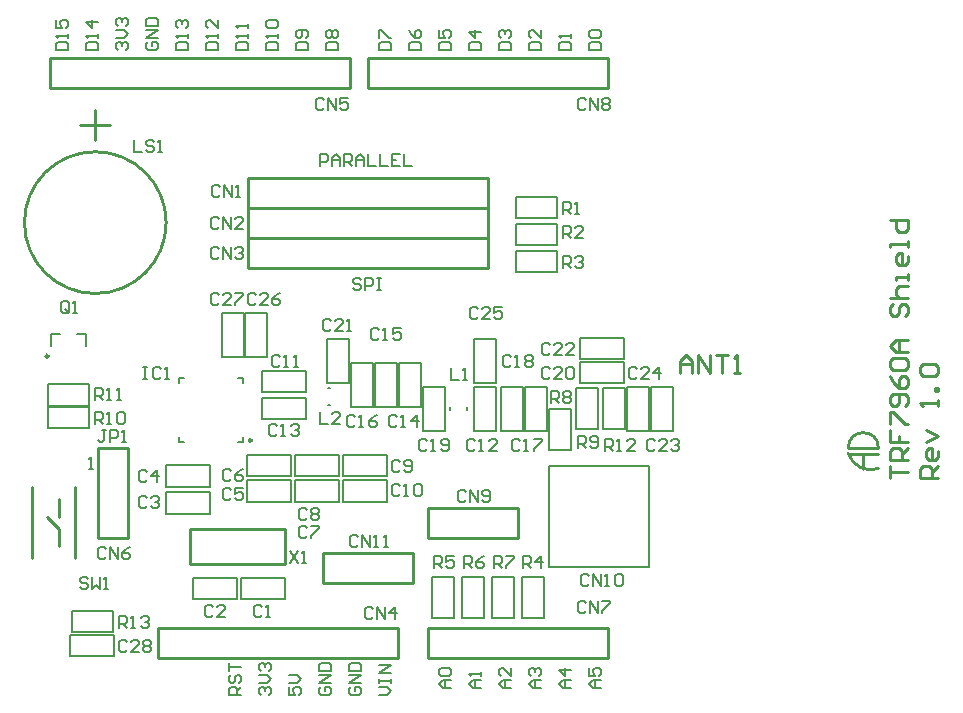
<source format=gto>
G04 Layer_Color=65535*
%FSLAX25Y25*%
%MOIN*%
G70*
G01*
G75*
%ADD19C,0.01000*%
%ADD33C,0.00984*%
%ADD34C,0.00600*%
%ADD35C,0.00787*%
D19*
X275000Y83000D02*
G03*
X285000Y78000I7500J2500D01*
G01*
Y85000D02*
G03*
X275000Y85000I-5000J0D01*
G01*
X47622Y160000D02*
G03*
X47622Y160000I-23622J0D01*
G01*
X17087Y48189D02*
Y71811D01*
X2913Y48189D02*
Y71811D01*
X11969Y52126D02*
Y58031D01*
Y61968D02*
Y67874D01*
X8032Y61968D02*
X11969Y58031D01*
X280000Y78000D02*
Y83000D01*
X275000Y85000D02*
X285000D01*
X275000Y83000D02*
X285000D01*
X100000Y40000D02*
X130000D01*
Y50000D01*
X100000D02*
X130000D01*
X100000Y40000D02*
Y50000D01*
X24000Y187500D02*
Y197500D01*
X19000Y192500D02*
X29000D01*
X45000Y15000D02*
X125000D01*
Y25000D01*
X45000D02*
X125000D01*
X45000Y15000D02*
Y25000D01*
X25000Y85000D02*
X35000D01*
Y55000D02*
Y85000D01*
X25000Y55000D02*
X35000D01*
X25000D02*
Y85000D01*
X135000Y25000D02*
X195000D01*
Y15000D02*
Y25000D01*
X135000Y15000D02*
Y25000D01*
Y15000D02*
X195000D01*
X115000Y205000D02*
X195000D01*
Y215000D01*
X115000D02*
X195000D01*
X115000Y205000D02*
Y215000D01*
X135000Y55000D02*
Y65000D01*
X165000D01*
Y55000D02*
Y65000D01*
X135000Y55000D02*
X165000D01*
X55622Y57906D02*
X87118D01*
X55622Y46095D02*
Y57906D01*
Y46095D02*
X87118D01*
Y57906D01*
X9000Y205000D02*
X109000D01*
Y215000D01*
X9000D02*
X109000D01*
X9000Y205000D02*
Y215000D01*
X75000Y175000D02*
X155000D01*
X75000Y165000D02*
Y175000D01*
X155000Y165000D02*
Y175000D01*
X75000Y165000D02*
X155000D01*
X75000D02*
X155000D01*
X75000Y155000D02*
Y165000D01*
X155000Y155000D02*
Y165000D01*
X75000Y155000D02*
X155000D01*
X75000D02*
X155000D01*
X75000Y145000D02*
Y155000D01*
X155000Y145000D02*
Y155000D01*
X75000Y145000D02*
X155000D01*
X219000Y110000D02*
Y113999D01*
X220999Y115998D01*
X222999Y113999D01*
Y110000D01*
Y112999D01*
X219000D01*
X224998Y110000D02*
Y115998D01*
X228997Y110000D01*
Y115998D01*
X230996D02*
X234995D01*
X232996D01*
Y110000D01*
X236994D02*
X238994D01*
X237994D01*
Y115998D01*
X236994Y114998D01*
X305000Y75000D02*
X299002D01*
Y77999D01*
X300002Y78999D01*
X302001D01*
X303001Y77999D01*
Y75000D01*
Y76999D02*
X305000Y78999D01*
Y83997D02*
Y81998D01*
X304000Y80998D01*
X302001D01*
X301001Y81998D01*
Y83997D01*
X302001Y84997D01*
X303001D01*
Y80998D01*
X301001Y86996D02*
X305000Y88995D01*
X301001Y90995D01*
X305000Y98992D02*
Y100992D01*
Y99992D01*
X299002D01*
X300002Y98992D01*
X305000Y103991D02*
X304000D01*
Y104990D01*
X305000D01*
Y103991D01*
X300002Y108989D02*
X299002Y109989D01*
Y111988D01*
X300002Y112988D01*
X304000D01*
X305000Y111988D01*
Y109989D01*
X304000Y108989D01*
X300002D01*
X289002Y75000D02*
Y78999D01*
Y76999D01*
X295000D01*
Y80998D02*
X289002D01*
Y83997D01*
X290002Y84997D01*
X292001D01*
X293001Y83997D01*
Y80998D01*
Y82997D02*
X295000Y84997D01*
X289002Y90995D02*
Y86996D01*
X292001D01*
Y88995D01*
Y86996D01*
X295000D01*
X289002Y92994D02*
Y96993D01*
X290002D01*
X294000Y92994D01*
X295000D01*
X294000Y98992D02*
X295000Y99992D01*
Y101991D01*
X294000Y102991D01*
X290002D01*
X289002Y101991D01*
Y99992D01*
X290002Y98992D01*
X291001D01*
X292001Y99992D01*
Y102991D01*
X289002Y108989D02*
X290002Y106990D01*
X292001Y104990D01*
X294000D01*
X295000Y105990D01*
Y107989D01*
X294000Y108989D01*
X293001D01*
X292001Y107989D01*
Y104990D01*
X290002Y110988D02*
X289002Y111988D01*
Y113987D01*
X290002Y114987D01*
X294000D01*
X295000Y113987D01*
Y111988D01*
X294000Y110988D01*
X290002D01*
X295000Y116986D02*
X291001D01*
X289002Y118986D01*
X291001Y120985D01*
X295000D01*
X292001D01*
Y116986D01*
X290002Y132981D02*
X289002Y131982D01*
Y129982D01*
X290002Y128982D01*
X291001D01*
X292001Y129982D01*
Y131982D01*
X293001Y132981D01*
X294000D01*
X295000Y131982D01*
Y129982D01*
X294000Y128982D01*
X289002Y134981D02*
X295000D01*
X292001D01*
X291001Y135980D01*
Y137980D01*
X292001Y138979D01*
X295000D01*
Y140979D02*
Y142978D01*
Y141978D01*
X291001D01*
Y140979D01*
X295000Y148976D02*
Y146977D01*
X294000Y145977D01*
X292001D01*
X291001Y146977D01*
Y148976D01*
X292001Y149976D01*
X293001D01*
Y145977D01*
X295000Y151975D02*
Y153974D01*
Y152975D01*
X289002D01*
Y151975D01*
Y160972D02*
X295000D01*
Y157973D01*
X294000Y156974D01*
X292001D01*
X291001Y157973D01*
Y160972D01*
D33*
X8405Y115472D02*
G03*
X8405Y115472I-492J0D01*
G01*
X76181Y87461D02*
G03*
X76181Y87461I-492J0D01*
G01*
D34*
X16200Y23400D02*
X29800D01*
X16200Y30600D02*
X29800D01*
Y23400D02*
Y30600D01*
X16200Y23400D02*
Y30600D01*
X15700Y15400D02*
X30300D01*
X15700Y22600D02*
X30300D01*
Y15400D02*
Y22600D01*
X15700Y15400D02*
Y22600D01*
X8200Y106100D02*
X21800D01*
X8200Y98900D02*
X21800D01*
X8200D02*
Y106100D01*
X21800Y98900D02*
Y106100D01*
X8200Y91400D02*
X21800D01*
X8200Y98600D02*
X21800D01*
Y91400D02*
Y98600D01*
X8200Y91400D02*
Y98600D01*
X87300Y34400D02*
Y41600D01*
X72700Y34400D02*
Y41600D01*
Y34400D02*
X87300D01*
X72700Y41600D02*
X87300D01*
X56700Y34400D02*
Y41600D01*
X71300Y34400D02*
Y41600D01*
X56700D02*
X71300D01*
X56700Y34400D02*
X71300D01*
X62300Y62900D02*
Y70100D01*
X47700Y62900D02*
Y70100D01*
Y62900D02*
X62300D01*
X47700Y70100D02*
X62300D01*
Y71900D02*
Y79100D01*
X47700Y71900D02*
Y79100D01*
Y71900D02*
X62300D01*
X47700Y79100D02*
X62300D01*
X74700Y66900D02*
Y74100D01*
X89300Y66900D02*
Y74100D01*
X74700D02*
X89300D01*
X74700Y66900D02*
X89300D01*
X74700Y75400D02*
Y82600D01*
X89300Y75400D02*
Y82600D01*
X74700D02*
X89300D01*
X74700Y75400D02*
X89300D01*
X90700Y66900D02*
Y74100D01*
X105300Y66900D02*
Y74100D01*
X90700D02*
X105300D01*
X90700Y66900D02*
X105300D01*
X90700Y75400D02*
Y82600D01*
X105300Y75400D02*
Y82600D01*
X90700D02*
X105300D01*
X90700Y75400D02*
X105300D01*
X106700Y66900D02*
Y74100D01*
X121300Y66900D02*
Y74100D01*
X106700D02*
X121300D01*
X106700Y66900D02*
X121300D01*
X106700Y75400D02*
Y82600D01*
X121300Y75400D02*
Y82600D01*
X106700D02*
X121300D01*
X106700Y75400D02*
X121300D01*
X94300Y103400D02*
Y110600D01*
X79700Y103400D02*
Y110600D01*
Y103400D02*
X94300D01*
X79700Y110600D02*
X94300D01*
X150400Y90700D02*
X157600D01*
X150400Y105300D02*
X157600D01*
X150400Y90700D02*
Y105300D01*
X157600Y90700D02*
Y105300D01*
X94300Y94400D02*
Y101600D01*
X79700Y94400D02*
Y101600D01*
Y94400D02*
X94300D01*
X79700Y101600D02*
X94300D01*
X125400Y98700D02*
X132600D01*
X125400Y113300D02*
X132600D01*
X125400Y98700D02*
Y113300D01*
X132600Y98700D02*
Y113300D01*
X117400Y98700D02*
X124600D01*
X117400Y113300D02*
X124600D01*
X117400Y98700D02*
Y113300D01*
X124600Y98700D02*
Y113300D01*
X109400Y98700D02*
X116600D01*
X109400Y113300D02*
X116600D01*
X109400Y98700D02*
Y113300D01*
X116600Y98700D02*
Y113300D01*
X167400Y90700D02*
X174600D01*
X167400Y105300D02*
X174600D01*
X167400Y90700D02*
Y105300D01*
X174600Y90700D02*
Y105300D01*
X159400Y90700D02*
X166600D01*
X159400Y105300D02*
X166600D01*
X159400Y90700D02*
Y105300D01*
X166600Y90700D02*
Y105300D01*
X133400Y90700D02*
X140600D01*
X133400Y105300D02*
X140600D01*
X133400Y90700D02*
Y105300D01*
X140600Y90700D02*
Y105300D01*
X200300Y106400D02*
Y113600D01*
X185700Y106400D02*
Y113600D01*
Y106400D02*
X200300D01*
X185700Y113600D02*
X200300D01*
X101400Y106700D02*
X108600D01*
X101400Y121300D02*
X108600D01*
X101400Y106700D02*
Y121300D01*
X108600Y106700D02*
Y121300D01*
X200300Y114400D02*
Y121600D01*
X185700Y114400D02*
Y121600D01*
Y114400D02*
X200300D01*
X185700Y121600D02*
X200300D01*
X209400Y90700D02*
X216600D01*
X209400Y105300D02*
X216600D01*
X209400Y90700D02*
Y105300D01*
X216600Y90700D02*
Y105300D01*
X201400Y90700D02*
X208600D01*
X201400Y105300D02*
X208600D01*
X201400Y90700D02*
Y105300D01*
X208600Y90700D02*
Y105300D01*
X150400Y106700D02*
X157600D01*
X150400Y121300D02*
X157600D01*
X150400Y106700D02*
Y121300D01*
X157600Y106700D02*
Y121300D01*
X73900Y115200D02*
X81100D01*
X73900Y129800D02*
X81100D01*
X73900Y115200D02*
Y129800D01*
X81100Y115200D02*
Y129800D01*
X66400Y115200D02*
X73600D01*
X66400Y129800D02*
X73600D01*
X66400Y115200D02*
Y129800D01*
X73600Y115200D02*
Y129800D01*
X164200Y161400D02*
Y168600D01*
X177800Y161400D02*
Y168600D01*
X164200D02*
X177800D01*
X164200Y161400D02*
X177800D01*
X164200Y152400D02*
Y159600D01*
X177800Y152400D02*
Y159600D01*
X164200D02*
X177800D01*
X164200Y152400D02*
X177800D01*
Y143400D02*
Y150600D01*
X164200Y143400D02*
Y150600D01*
Y143400D02*
X177800D01*
X164200Y150600D02*
X177800D01*
X166400Y28200D02*
X173600D01*
X166400Y41800D02*
X173600D01*
X166400Y28200D02*
Y41800D01*
X173600Y28200D02*
Y41800D01*
X136400D02*
X143600D01*
X136400Y28200D02*
X143600D01*
Y41800D01*
X136400Y28200D02*
Y41800D01*
X146400D02*
X153600D01*
X146400Y28200D02*
X153600D01*
Y41800D01*
X146400Y28200D02*
Y41800D01*
X156400D02*
X163600D01*
X156400Y28200D02*
X163600D01*
Y41800D01*
X156400Y28200D02*
Y41800D01*
X193400Y91200D02*
X200600D01*
X193400Y104800D02*
X200600D01*
X193400Y91200D02*
Y104800D01*
X200600Y91200D02*
Y104800D01*
X184400D02*
X191600D01*
X184400Y91200D02*
X191600D01*
Y104800D01*
X184400Y91200D02*
Y104800D01*
X175400Y84200D02*
X182600D01*
X175400Y97800D02*
X182600D01*
X175400Y84200D02*
Y97800D01*
X182600Y84200D02*
Y97800D01*
X111666Y55332D02*
X110999Y55999D01*
X109667D01*
X109000Y55332D01*
Y52666D01*
X109667Y52000D01*
X110999D01*
X111666Y52666D01*
X112999Y52000D02*
Y55999D01*
X115665Y52000D01*
Y55999D01*
X116997Y52000D02*
X118330D01*
X117664D01*
Y55999D01*
X116997Y55332D01*
X120330Y52000D02*
X121663D01*
X120996D01*
Y55999D01*
X120330Y55332D01*
X21666Y41332D02*
X20999Y41999D01*
X19667D01*
X19000Y41332D01*
Y40666D01*
X19667Y39999D01*
X20999D01*
X21666Y39333D01*
Y38666D01*
X20999Y38000D01*
X19667D01*
X19000Y38666D01*
X22999Y41999D02*
Y38000D01*
X24332Y39333D01*
X25664Y38000D01*
Y41999D01*
X26997Y38000D02*
X28330D01*
X27664D01*
Y41999D01*
X26997Y41332D01*
X32000Y25000D02*
Y28999D01*
X33999D01*
X34666Y28332D01*
Y26999D01*
X33999Y26333D01*
X32000D01*
X33333D02*
X34666Y25000D01*
X35999D02*
X37332D01*
X36665D01*
Y28999D01*
X35999Y28332D01*
X39331D02*
X39997Y28999D01*
X41330D01*
X41997Y28332D01*
Y27666D01*
X41330Y26999D01*
X40664D01*
X41330D01*
X41997Y26333D01*
Y25666D01*
X41330Y25000D01*
X39997D01*
X39331Y25666D01*
X34666Y20332D02*
X33999Y20999D01*
X32666D01*
X32000Y20332D01*
Y17666D01*
X32666Y17000D01*
X33999D01*
X34666Y17666D01*
X38664Y17000D02*
X35999D01*
X38664Y19666D01*
Y20332D01*
X37998Y20999D01*
X36665D01*
X35999Y20332D01*
X39997D02*
X40664Y20999D01*
X41997D01*
X42663Y20332D01*
Y19666D01*
X41997Y18999D01*
X42663Y18333D01*
Y17666D01*
X41997Y17000D01*
X40664D01*
X39997Y17666D01*
Y18333D01*
X40664Y18999D01*
X39997Y19666D01*
Y20332D01*
X40664Y18999D02*
X41997D01*
X24000Y101000D02*
Y104999D01*
X25999D01*
X26666Y104332D01*
Y102999D01*
X25999Y102333D01*
X24000D01*
X25333D02*
X26666Y101000D01*
X27999D02*
X29332D01*
X28665D01*
Y104999D01*
X27999Y104332D01*
X31331Y101000D02*
X32664D01*
X31997D01*
Y104999D01*
X31331Y104332D01*
X24000Y93000D02*
Y96999D01*
X25999D01*
X26666Y96332D01*
Y94999D01*
X25999Y94333D01*
X24000D01*
X25333D02*
X26666Y93000D01*
X27999D02*
X29332D01*
X28665D01*
Y96999D01*
X27999Y96332D01*
X31331D02*
X31997Y96999D01*
X33330D01*
X33997Y96332D01*
Y93666D01*
X33330Y93000D01*
X31997D01*
X31331Y93666D01*
Y96332D01*
X15166Y130666D02*
Y133332D01*
X14499Y133999D01*
X13167D01*
X12500Y133332D01*
Y130666D01*
X13167Y130000D01*
X14499D01*
X13833Y131333D02*
X15166Y130000D01*
X14499D02*
X15166Y130666D01*
X16499Y130000D02*
X17832D01*
X17165D01*
Y133999D01*
X16499Y133332D01*
X37000Y187499D02*
Y183500D01*
X39666D01*
X43665Y186832D02*
X42998Y187499D01*
X41665D01*
X40999Y186832D01*
Y186166D01*
X41665Y185499D01*
X42998D01*
X43665Y184833D01*
Y184167D01*
X42998Y183500D01*
X41665D01*
X40999Y184167D01*
X44997Y183500D02*
X46330D01*
X45664D01*
Y187499D01*
X44997Y186832D01*
X79666Y31832D02*
X78999Y32499D01*
X77666D01*
X77000Y31832D01*
Y29166D01*
X77666Y28500D01*
X78999D01*
X79666Y29166D01*
X80999Y28500D02*
X82332D01*
X81665D01*
Y32499D01*
X80999Y31832D01*
X63166D02*
X62499Y32499D01*
X61166D01*
X60500Y31832D01*
Y29166D01*
X61166Y28500D01*
X62499D01*
X63166Y29166D01*
X67164Y28500D02*
X64499D01*
X67164Y31166D01*
Y31832D01*
X66498Y32499D01*
X65165D01*
X64499Y31832D01*
X41166Y68332D02*
X40499Y68999D01*
X39166D01*
X38500Y68332D01*
Y65666D01*
X39166Y65000D01*
X40499D01*
X41166Y65666D01*
X42499Y68332D02*
X43165Y68999D01*
X44498D01*
X45164Y68332D01*
Y67666D01*
X44498Y66999D01*
X43832D01*
X44498D01*
X45164Y66333D01*
Y65666D01*
X44498Y65000D01*
X43165D01*
X42499Y65666D01*
X41136Y76785D02*
X40470Y77451D01*
X39137D01*
X38471Y76785D01*
Y74119D01*
X39137Y73453D01*
X40470D01*
X41136Y74119D01*
X44469Y73453D02*
Y77451D01*
X42469Y75452D01*
X45135D01*
X69166Y70832D02*
X68499Y71499D01*
X67166D01*
X66500Y70832D01*
Y68166D01*
X67166Y67500D01*
X68499D01*
X69166Y68166D01*
X73164Y71499D02*
X70499D01*
Y69499D01*
X71832Y70166D01*
X72498D01*
X73164Y69499D01*
Y68166D01*
X72498Y67500D01*
X71165D01*
X70499Y68166D01*
X69166Y77332D02*
X68499Y77999D01*
X67166D01*
X66500Y77332D01*
Y74666D01*
X67166Y74000D01*
X68499D01*
X69166Y74666D01*
X73164Y77999D02*
X71832Y77332D01*
X70499Y75999D01*
Y74666D01*
X71165Y74000D01*
X72498D01*
X73164Y74666D01*
Y75333D01*
X72498Y75999D01*
X70499D01*
X94666Y58332D02*
X93999Y58999D01*
X92666D01*
X92000Y58332D01*
Y55666D01*
X92666Y55000D01*
X93999D01*
X94666Y55666D01*
X95999Y58999D02*
X98664D01*
Y58332D01*
X95999Y55666D01*
Y55000D01*
X94666Y64332D02*
X93999Y64999D01*
X92666D01*
X92000Y64332D01*
Y61666D01*
X92666Y61000D01*
X93999D01*
X94666Y61666D01*
X95999Y64332D02*
X96665Y64999D01*
X97998D01*
X98664Y64332D01*
Y63666D01*
X97998Y62999D01*
X98664Y62333D01*
Y61666D01*
X97998Y61000D01*
X96665D01*
X95999Y61666D01*
Y62333D01*
X96665Y62999D01*
X95999Y63666D01*
Y64332D01*
X96665Y62999D02*
X97998D01*
X125666Y80332D02*
X124999Y80999D01*
X123667D01*
X123000Y80332D01*
Y77666D01*
X123667Y77000D01*
X124999D01*
X125666Y77666D01*
X126999D02*
X127665Y77000D01*
X128998D01*
X129665Y77666D01*
Y80332D01*
X128998Y80999D01*
X127665D01*
X126999Y80332D01*
Y79666D01*
X127665Y78999D01*
X129665D01*
X125666Y72332D02*
X124999Y72999D01*
X123667D01*
X123000Y72332D01*
Y69666D01*
X123667Y69000D01*
X124999D01*
X125666Y69666D01*
X126999Y69000D02*
X128332D01*
X127665D01*
Y72999D01*
X126999Y72332D01*
X130331D02*
X130997Y72999D01*
X132330D01*
X132997Y72332D01*
Y69666D01*
X132330Y69000D01*
X130997D01*
X130331Y69666D01*
Y72332D01*
X85666Y115332D02*
X84999Y115999D01*
X83666D01*
X83000Y115332D01*
Y112666D01*
X83666Y112000D01*
X84999D01*
X85666Y112666D01*
X86999Y112000D02*
X88332D01*
X87665D01*
Y115999D01*
X86999Y115332D01*
X90331Y112000D02*
X91664D01*
X90997D01*
Y115999D01*
X90331Y115332D01*
X150666Y87332D02*
X149999Y87999D01*
X148667D01*
X148000Y87332D01*
Y84666D01*
X148667Y84000D01*
X149999D01*
X150666Y84666D01*
X151999Y84000D02*
X153332D01*
X152665D01*
Y87999D01*
X151999Y87332D01*
X157997Y84000D02*
X155331D01*
X157997Y86666D01*
Y87332D01*
X157330Y87999D01*
X155997D01*
X155331Y87332D01*
X84666Y92332D02*
X83999Y92999D01*
X82666D01*
X82000Y92332D01*
Y89666D01*
X82666Y89000D01*
X83999D01*
X84666Y89666D01*
X85999Y89000D02*
X87332D01*
X86665D01*
Y92999D01*
X85999Y92332D01*
X89331D02*
X89997Y92999D01*
X91330D01*
X91997Y92332D01*
Y91666D01*
X91330Y90999D01*
X90664D01*
X91330D01*
X91997Y90333D01*
Y89666D01*
X91330Y89000D01*
X89997D01*
X89331Y89666D01*
X124666Y95332D02*
X123999Y95999D01*
X122667D01*
X122000Y95332D01*
Y92666D01*
X122667Y92000D01*
X123999D01*
X124666Y92666D01*
X125999Y92000D02*
X127332D01*
X126665D01*
Y95999D01*
X125999Y95332D01*
X131330Y92000D02*
Y95999D01*
X129331Y93999D01*
X131997D01*
X118666Y124332D02*
X117999Y124999D01*
X116666D01*
X116000Y124332D01*
Y121667D01*
X116666Y121000D01*
X117999D01*
X118666Y121667D01*
X119999Y121000D02*
X121332D01*
X120665D01*
Y124999D01*
X119999Y124332D01*
X125997Y124999D02*
X123331D01*
Y122999D01*
X124664Y123666D01*
X125330D01*
X125997Y122999D01*
Y121667D01*
X125330Y121000D01*
X123997D01*
X123331Y121667D01*
X110666Y95332D02*
X109999Y95999D01*
X108667D01*
X108000Y95332D01*
Y92666D01*
X108667Y92000D01*
X109999D01*
X110666Y92666D01*
X111999Y92000D02*
X113332D01*
X112665D01*
Y95999D01*
X111999Y95332D01*
X117997Y95999D02*
X116664Y95332D01*
X115331Y93999D01*
Y92666D01*
X115997Y92000D01*
X117330D01*
X117997Y92666D01*
Y93333D01*
X117330Y93999D01*
X115331D01*
X165666Y87332D02*
X164999Y87999D01*
X163666D01*
X163000Y87332D01*
Y84666D01*
X163666Y84000D01*
X164999D01*
X165666Y84666D01*
X166999Y84000D02*
X168332D01*
X167665D01*
Y87999D01*
X166999Y87332D01*
X170331Y87999D02*
X172997D01*
Y87332D01*
X170331Y84666D01*
Y84000D01*
X162666Y115332D02*
X161999Y115999D01*
X160667D01*
X160000Y115332D01*
Y112666D01*
X160667Y112000D01*
X161999D01*
X162666Y112666D01*
X163999Y112000D02*
X165332D01*
X164665D01*
Y115999D01*
X163999Y115332D01*
X167331D02*
X167997Y115999D01*
X169330D01*
X169997Y115332D01*
Y114666D01*
X169330Y113999D01*
X169997Y113333D01*
Y112666D01*
X169330Y112000D01*
X167997D01*
X167331Y112666D01*
Y113333D01*
X167997Y113999D01*
X167331Y114666D01*
Y115332D01*
X167997Y113999D02*
X169330D01*
X134666Y87332D02*
X133999Y87999D01*
X132667D01*
X132000Y87332D01*
Y84666D01*
X132667Y84000D01*
X133999D01*
X134666Y84666D01*
X135999Y84000D02*
X137332D01*
X136665D01*
Y87999D01*
X135999Y87332D01*
X139331Y84666D02*
X139997Y84000D01*
X141330D01*
X141997Y84666D01*
Y87332D01*
X141330Y87999D01*
X139997D01*
X139331Y87332D01*
Y86666D01*
X139997Y85999D01*
X141997D01*
X175666Y111332D02*
X174999Y111999D01*
X173667D01*
X173000Y111332D01*
Y108667D01*
X173667Y108000D01*
X174999D01*
X175666Y108667D01*
X179665Y108000D02*
X176999D01*
X179665Y110666D01*
Y111332D01*
X178998Y111999D01*
X177665D01*
X176999Y111332D01*
X180997D02*
X181664Y111999D01*
X182997D01*
X183663Y111332D01*
Y108667D01*
X182997Y108000D01*
X181664D01*
X180997Y108667D01*
Y111332D01*
X102666Y127332D02*
X101999Y127999D01*
X100666D01*
X100000Y127332D01*
Y124667D01*
X100666Y124000D01*
X101999D01*
X102666Y124667D01*
X106665Y124000D02*
X103999D01*
X106665Y126666D01*
Y127332D01*
X105998Y127999D01*
X104665D01*
X103999Y127332D01*
X107997Y124000D02*
X109330D01*
X108664D01*
Y127999D01*
X107997Y127332D01*
X175666Y119332D02*
X174999Y119999D01*
X173667D01*
X173000Y119332D01*
Y116666D01*
X173667Y116000D01*
X174999D01*
X175666Y116666D01*
X179665Y116000D02*
X176999D01*
X179665Y118666D01*
Y119332D01*
X178998Y119999D01*
X177665D01*
X176999Y119332D01*
X183663Y116000D02*
X180997D01*
X183663Y118666D01*
Y119332D01*
X182997Y119999D01*
X181664D01*
X180997Y119332D01*
X210666Y87332D02*
X209999Y87999D01*
X208666D01*
X208000Y87332D01*
Y84666D01*
X208666Y84000D01*
X209999D01*
X210666Y84666D01*
X214665Y84000D02*
X211999D01*
X214665Y86666D01*
Y87332D01*
X213998Y87999D01*
X212665D01*
X211999Y87332D01*
X215997D02*
X216664Y87999D01*
X217997D01*
X218663Y87332D01*
Y86666D01*
X217997Y85999D01*
X217330D01*
X217997D01*
X218663Y85333D01*
Y84666D01*
X217997Y84000D01*
X216664D01*
X215997Y84666D01*
X204666Y111332D02*
X203999Y111999D01*
X202666D01*
X202000Y111332D01*
Y108667D01*
X202666Y108000D01*
X203999D01*
X204666Y108667D01*
X208664Y108000D02*
X205999D01*
X208664Y110666D01*
Y111332D01*
X207998Y111999D01*
X206665D01*
X205999Y111332D01*
X211997Y108000D02*
Y111999D01*
X209997Y109999D01*
X212663D01*
X151666Y131332D02*
X150999Y131999D01*
X149667D01*
X149000Y131332D01*
Y128666D01*
X149667Y128000D01*
X150999D01*
X151666Y128666D01*
X155665Y128000D02*
X152999D01*
X155665Y130666D01*
Y131332D01*
X154998Y131999D01*
X153665D01*
X152999Y131332D01*
X159663Y131999D02*
X156997D01*
Y129999D01*
X158330Y130666D01*
X158997D01*
X159663Y129999D01*
Y128666D01*
X158997Y128000D01*
X157664D01*
X156997Y128666D01*
X77666Y135832D02*
X76999Y136499D01*
X75666D01*
X75000Y135832D01*
Y133167D01*
X75666Y132500D01*
X76999D01*
X77666Y133167D01*
X81665Y132500D02*
X78999D01*
X81665Y135166D01*
Y135832D01*
X80998Y136499D01*
X79665D01*
X78999Y135832D01*
X85663Y136499D02*
X84330Y135832D01*
X82997Y134499D01*
Y133167D01*
X83664Y132500D01*
X84997D01*
X85663Y133167D01*
Y133833D01*
X84997Y134499D01*
X82997D01*
X65166Y135832D02*
X64499Y136499D01*
X63166D01*
X62500Y135832D01*
Y133167D01*
X63166Y132500D01*
X64499D01*
X65166Y133167D01*
X69165Y132500D02*
X66499D01*
X69165Y135166D01*
Y135832D01*
X68498Y136499D01*
X67165D01*
X66499Y135832D01*
X70497Y136499D02*
X73163D01*
Y135832D01*
X70497Y133167D01*
Y132500D01*
X65666Y171832D02*
X64999Y172499D01*
X63666D01*
X63000Y171832D01*
Y169167D01*
X63666Y168500D01*
X64999D01*
X65666Y169167D01*
X66999Y168500D02*
Y172499D01*
X69665Y168500D01*
Y172499D01*
X70997Y168500D02*
X72330D01*
X71664D01*
Y172499D01*
X70997Y171832D01*
X65166Y161332D02*
X64499Y161999D01*
X63166D01*
X62500Y161332D01*
Y158667D01*
X63166Y158000D01*
X64499D01*
X65166Y158667D01*
X66499Y158000D02*
Y161999D01*
X69165Y158000D01*
Y161999D01*
X73163Y158000D02*
X70497D01*
X73163Y160666D01*
Y161332D01*
X72497Y161999D01*
X71164D01*
X70497Y161332D01*
X65166Y151332D02*
X64499Y151999D01*
X63166D01*
X62500Y151332D01*
Y148667D01*
X63166Y148000D01*
X64499D01*
X65166Y148667D01*
X66499Y148000D02*
Y151999D01*
X69165Y148000D01*
Y151999D01*
X70497Y151332D02*
X71164Y151999D01*
X72497D01*
X73163Y151332D01*
Y150666D01*
X72497Y149999D01*
X71830D01*
X72497D01*
X73163Y149333D01*
Y148667D01*
X72497Y148000D01*
X71164D01*
X70497Y148667D01*
X116666Y31332D02*
X115999Y31999D01*
X114666D01*
X114000Y31332D01*
Y28666D01*
X114666Y28000D01*
X115999D01*
X116666Y28666D01*
X117999Y28000D02*
Y31999D01*
X120665Y28000D01*
Y31999D01*
X123997Y28000D02*
Y31999D01*
X121997Y29999D01*
X124663D01*
X27666Y51332D02*
X26999Y51999D01*
X25666D01*
X25000Y51332D01*
Y48666D01*
X25666Y48000D01*
X26999D01*
X27666Y48666D01*
X28999Y48000D02*
Y51999D01*
X31664Y48000D01*
Y51999D01*
X35663D02*
X34330Y51332D01*
X32997Y49999D01*
Y48666D01*
X33664Y48000D01*
X34997D01*
X35663Y48666D01*
Y49333D01*
X34997Y49999D01*
X32997D01*
X187666Y33332D02*
X186999Y33999D01*
X185667D01*
X185000Y33332D01*
Y30666D01*
X185667Y30000D01*
X186999D01*
X187666Y30666D01*
X188999Y30000D02*
Y33999D01*
X191665Y30000D01*
Y33999D01*
X192997D02*
X195663D01*
Y33332D01*
X192997Y30666D01*
Y30000D01*
X187666Y200832D02*
X186999Y201499D01*
X185667D01*
X185000Y200832D01*
Y198167D01*
X185667Y197500D01*
X186999D01*
X187666Y198167D01*
X188999Y197500D02*
Y201499D01*
X191665Y197500D01*
Y201499D01*
X192997Y200832D02*
X193664Y201499D01*
X194997D01*
X195663Y200832D01*
Y200166D01*
X194997Y199499D01*
X195663Y198833D01*
Y198167D01*
X194997Y197500D01*
X193664D01*
X192997Y198167D01*
Y198833D01*
X193664Y199499D01*
X192997Y200166D01*
Y200832D01*
X193664Y199499D02*
X194997D01*
X147666Y70332D02*
X146999Y70999D01*
X145667D01*
X145000Y70332D01*
Y67666D01*
X145667Y67000D01*
X146999D01*
X147666Y67666D01*
X148999Y67000D02*
Y70999D01*
X151664Y67000D01*
Y70999D01*
X152997Y67666D02*
X153664Y67000D01*
X154997D01*
X155663Y67666D01*
Y70332D01*
X154997Y70999D01*
X153664D01*
X152997Y70332D01*
Y69666D01*
X153664Y68999D01*
X155663D01*
X188666Y42332D02*
X187999Y42999D01*
X186667D01*
X186000Y42332D01*
Y39666D01*
X186667Y39000D01*
X187999D01*
X188666Y39666D01*
X189999Y39000D02*
Y42999D01*
X192665Y39000D01*
Y42999D01*
X193997Y39000D02*
X195330D01*
X194664D01*
Y42999D01*
X193997Y42332D01*
X197330D02*
X197996Y42999D01*
X199329D01*
X199996Y42332D01*
Y39666D01*
X199329Y39000D01*
X197996D01*
X197330Y39666D01*
Y42332D01*
X40000Y111999D02*
X41333D01*
X40666D01*
Y108000D01*
X40000D01*
X41333D01*
X45998Y111332D02*
X45332Y111999D01*
X43999D01*
X43332Y111332D01*
Y108667D01*
X43999Y108000D01*
X45332D01*
X45998Y108667D01*
X47331Y108000D02*
X48664D01*
X47997D01*
Y111999D01*
X47331Y111332D01*
X142500Y111499D02*
Y107500D01*
X145166D01*
X146499D02*
X147832D01*
X147165D01*
Y111499D01*
X146499Y110832D01*
X99000Y96999D02*
Y93000D01*
X101666D01*
X105665D02*
X102999D01*
X105665Y95666D01*
Y96332D01*
X104998Y96999D01*
X103665D01*
X102999Y96332D01*
X180000Y163000D02*
Y166999D01*
X181999D01*
X182666Y166332D01*
Y164999D01*
X181999Y164333D01*
X180000D01*
X181333D02*
X182666Y163000D01*
X183999D02*
X185332D01*
X184665D01*
Y166999D01*
X183999Y166332D01*
X180000Y155000D02*
Y158999D01*
X181999D01*
X182666Y158332D01*
Y156999D01*
X181999Y156333D01*
X180000D01*
X181333D02*
X182666Y155000D01*
X186664D02*
X183999D01*
X186664Y157666D01*
Y158332D01*
X185998Y158999D01*
X184665D01*
X183999Y158332D01*
X180000Y145000D02*
Y148999D01*
X181999D01*
X182666Y148332D01*
Y146999D01*
X181999Y146333D01*
X180000D01*
X181333D02*
X182666Y145000D01*
X183999Y148332D02*
X184665Y148999D01*
X185998D01*
X186664Y148332D01*
Y147666D01*
X185998Y146999D01*
X185332D01*
X185998D01*
X186664Y146333D01*
Y145667D01*
X185998Y145000D01*
X184665D01*
X183999Y145667D01*
X166500Y45000D02*
Y48999D01*
X168499D01*
X169166Y48332D01*
Y46999D01*
X168499Y46333D01*
X166500D01*
X167833D02*
X169166Y45000D01*
X172498D02*
Y48999D01*
X170499Y46999D01*
X173164D01*
X137000Y45000D02*
Y48999D01*
X138999D01*
X139666Y48332D01*
Y46999D01*
X138999Y46333D01*
X137000D01*
X138333D02*
X139666Y45000D01*
X143665Y48999D02*
X140999D01*
Y46999D01*
X142332Y47666D01*
X142998D01*
X143665Y46999D01*
Y45666D01*
X142998Y45000D01*
X141665D01*
X140999Y45666D01*
X147000Y45000D02*
Y48999D01*
X148999D01*
X149666Y48332D01*
Y46999D01*
X148999Y46333D01*
X147000D01*
X148333D02*
X149666Y45000D01*
X153665Y48999D02*
X152332Y48332D01*
X150999Y46999D01*
Y45666D01*
X151665Y45000D01*
X152998D01*
X153665Y45666D01*
Y46333D01*
X152998Y46999D01*
X150999D01*
X157000Y45000D02*
Y48999D01*
X158999D01*
X159666Y48332D01*
Y46999D01*
X158999Y46333D01*
X157000D01*
X158333D02*
X159666Y45000D01*
X160999Y48999D02*
X163664D01*
Y48332D01*
X160999Y45666D01*
Y45000D01*
X194000Y84000D02*
Y87999D01*
X195999D01*
X196666Y87332D01*
Y85999D01*
X195999Y85333D01*
X194000D01*
X195333D02*
X196666Y84000D01*
X197999D02*
X199332D01*
X198665D01*
Y87999D01*
X197999Y87332D01*
X203997Y84000D02*
X201331D01*
X203997Y86666D01*
Y87332D01*
X203330Y87999D01*
X201997D01*
X201331Y87332D01*
X89000Y50499D02*
X91666Y46500D01*
Y50499D02*
X89000Y46500D01*
X92999D02*
X94332D01*
X93665D01*
Y50499D01*
X92999Y49832D01*
X100166Y200832D02*
X99499Y201499D01*
X98166D01*
X97500Y200832D01*
Y198167D01*
X98166Y197500D01*
X99499D01*
X100166Y198167D01*
X101499Y197500D02*
Y201499D01*
X104165Y197500D01*
Y201499D01*
X108163D02*
X105497D01*
Y199499D01*
X106830Y200166D01*
X107497D01*
X108163Y199499D01*
Y198167D01*
X107497Y197500D01*
X106164D01*
X105497Y198167D01*
X185000Y85000D02*
Y88999D01*
X186999D01*
X187666Y88332D01*
Y86999D01*
X186999Y86333D01*
X185000D01*
X186333D02*
X187666Y85000D01*
X188999Y85666D02*
X189665Y85000D01*
X190998D01*
X191665Y85666D01*
Y88332D01*
X190998Y88999D01*
X189665D01*
X188999Y88332D01*
Y87666D01*
X189665Y86999D01*
X191665D01*
X176000Y100000D02*
Y103999D01*
X177999D01*
X178666Y103332D01*
Y101999D01*
X177999Y101333D01*
X176000D01*
X177333D02*
X178666Y100000D01*
X179999Y103332D02*
X180665Y103999D01*
X181998D01*
X182665Y103332D01*
Y102666D01*
X181998Y101999D01*
X182665Y101333D01*
Y100666D01*
X181998Y100000D01*
X180665D01*
X179999Y100666D01*
Y101333D01*
X180665Y101999D01*
X179999Y102666D01*
Y103332D01*
X180665Y101999D02*
X181998D01*
X27666Y90999D02*
X26333D01*
X26999D01*
Y87666D01*
X26333Y87000D01*
X25666D01*
X25000Y87666D01*
X28999Y87000D02*
Y90999D01*
X30998D01*
X31664Y90332D01*
Y88999D01*
X30998Y88333D01*
X28999D01*
X32997Y87000D02*
X34330D01*
X33664D01*
Y90999D01*
X32997Y90332D01*
X188501Y217500D02*
X192500D01*
Y219499D01*
X191833Y220166D01*
X189168D01*
X188501Y219499D01*
Y217500D01*
X189168Y221499D02*
X188501Y222165D01*
Y223498D01*
X189168Y224165D01*
X191833D01*
X192500Y223498D01*
Y222165D01*
X191833Y221499D01*
X189168D01*
X178501Y217500D02*
X182500D01*
Y219499D01*
X181834Y220166D01*
X179168D01*
X178501Y219499D01*
Y217500D01*
X182500Y221499D02*
Y222832D01*
Y222165D01*
X178501D01*
X179168Y221499D01*
X168501Y217500D02*
X172500D01*
Y219499D01*
X171834Y220166D01*
X169168D01*
X168501Y219499D01*
Y217500D01*
X172500Y224165D02*
Y221499D01*
X169834Y224165D01*
X169168D01*
X168501Y223498D01*
Y222165D01*
X169168Y221499D01*
X158501Y217500D02*
X162500D01*
Y219499D01*
X161834Y220166D01*
X159168D01*
X158501Y219499D01*
Y217500D01*
X159168Y221499D02*
X158501Y222165D01*
Y223498D01*
X159168Y224165D01*
X159834D01*
X160501Y223498D01*
Y222832D01*
Y223498D01*
X161167Y224165D01*
X161834D01*
X162500Y223498D01*
Y222165D01*
X161834Y221499D01*
X148501Y217500D02*
X152500D01*
Y219499D01*
X151833Y220166D01*
X149168D01*
X148501Y219499D01*
Y217500D01*
X152500Y223498D02*
X148501D01*
X150501Y221499D01*
Y224165D01*
X138501Y217500D02*
X142500D01*
Y219499D01*
X141833Y220166D01*
X139168D01*
X138501Y219499D01*
Y217500D01*
Y224165D02*
Y221499D01*
X140501D01*
X139834Y222832D01*
Y223498D01*
X140501Y224165D01*
X141833D01*
X142500Y223498D01*
Y222165D01*
X141833Y221499D01*
X128501Y217500D02*
X132500D01*
Y219499D01*
X131834Y220166D01*
X129168D01*
X128501Y219499D01*
Y217500D01*
Y224165D02*
X129168Y222832D01*
X130501Y221499D01*
X131834D01*
X132500Y222165D01*
Y223498D01*
X131834Y224165D01*
X131167D01*
X130501Y223498D01*
Y221499D01*
X118501Y217500D02*
X122500D01*
Y219499D01*
X121834Y220166D01*
X119168D01*
X118501Y219499D01*
Y217500D01*
Y221499D02*
Y224165D01*
X119168D01*
X121834Y221499D01*
X122500D01*
X101001Y217500D02*
X105000D01*
Y219499D01*
X104333Y220166D01*
X101668D01*
X101001Y219499D01*
Y217500D01*
X101668Y221499D02*
X101001Y222165D01*
Y223498D01*
X101668Y224165D01*
X102334D01*
X103001Y223498D01*
X103667Y224165D01*
X104333D01*
X105000Y223498D01*
Y222165D01*
X104333Y221499D01*
X103667D01*
X103001Y222165D01*
X102334Y221499D01*
X101668D01*
X103001Y222165D02*
Y223498D01*
X91001Y217500D02*
X95000D01*
Y219499D01*
X94334Y220166D01*
X91668D01*
X91001Y219499D01*
Y217500D01*
X94334Y221499D02*
X95000Y222165D01*
Y223498D01*
X94334Y224165D01*
X91668D01*
X91001Y223498D01*
Y222165D01*
X91668Y221499D01*
X92334D01*
X93001Y222165D01*
Y224165D01*
X81001Y217500D02*
X85000D01*
Y219499D01*
X84334Y220166D01*
X81668D01*
X81001Y219499D01*
Y217500D01*
X85000Y221499D02*
Y222832D01*
Y222165D01*
X81001D01*
X81668Y221499D01*
Y224831D02*
X81001Y225497D01*
Y226830D01*
X81668Y227497D01*
X84334D01*
X85000Y226830D01*
Y225497D01*
X84334Y224831D01*
X81668D01*
X71001Y217500D02*
X75000D01*
Y219499D01*
X74334Y220166D01*
X71668D01*
X71001Y219499D01*
Y217500D01*
X75000Y221499D02*
Y222832D01*
Y222165D01*
X71001D01*
X71668Y221499D01*
X75000Y224831D02*
Y226164D01*
Y225497D01*
X71001D01*
X71668Y224831D01*
X61001Y217500D02*
X65000D01*
Y219499D01*
X64334Y220166D01*
X61668D01*
X61001Y219499D01*
Y217500D01*
X65000Y221499D02*
Y222832D01*
Y222165D01*
X61001D01*
X61668Y221499D01*
X65000Y227497D02*
Y224831D01*
X62334Y227497D01*
X61668D01*
X61001Y226830D01*
Y225497D01*
X61668Y224831D01*
X51001Y217500D02*
X55000D01*
Y219499D01*
X54334Y220166D01*
X51668D01*
X51001Y219499D01*
Y217500D01*
X55000Y221499D02*
Y222832D01*
Y222165D01*
X51001D01*
X51668Y221499D01*
Y224831D02*
X51001Y225497D01*
Y226830D01*
X51668Y227497D01*
X52334D01*
X53001Y226830D01*
Y226164D01*
Y226830D01*
X53667Y227497D01*
X54334D01*
X55000Y226830D01*
Y225497D01*
X54334Y224831D01*
X21001Y217500D02*
X25000D01*
Y219499D01*
X24333Y220166D01*
X21668D01*
X21001Y219499D01*
Y217500D01*
X25000Y221499D02*
Y222832D01*
Y222165D01*
X21001D01*
X21668Y221499D01*
X25000Y226830D02*
X21001D01*
X23001Y224831D01*
Y227497D01*
X11001Y217500D02*
X15000D01*
Y219499D01*
X14333Y220166D01*
X11668D01*
X11001Y219499D01*
Y217500D01*
X15000Y221499D02*
Y222832D01*
Y222165D01*
X11001D01*
X11668Y221499D01*
X11001Y227497D02*
Y224831D01*
X13001D01*
X12334Y226164D01*
Y226830D01*
X13001Y227497D01*
X14333D01*
X15000Y226830D01*
Y225497D01*
X14333Y224831D01*
X41668Y220166D02*
X41001Y219499D01*
Y218166D01*
X41668Y217500D01*
X44334D01*
X45000Y218166D01*
Y219499D01*
X44334Y220166D01*
X43001D01*
Y218833D01*
X45000Y221499D02*
X41001D01*
X45000Y224165D01*
X41001D01*
Y225497D02*
X45000D01*
Y227497D01*
X44334Y228163D01*
X41668D01*
X41001Y227497D01*
Y225497D01*
X31668Y217500D02*
X31001Y218166D01*
Y219499D01*
X31668Y220166D01*
X32334D01*
X33001Y219499D01*
Y218833D01*
Y219499D01*
X33667Y220166D01*
X34334D01*
X35000Y219499D01*
Y218166D01*
X34334Y217500D01*
X31001Y221499D02*
X33667D01*
X35000Y222832D01*
X33667Y224165D01*
X31001D01*
X31668Y225497D02*
X31001Y226164D01*
Y227497D01*
X31668Y228163D01*
X32334D01*
X33001Y227497D01*
Y226830D01*
Y227497D01*
X33667Y228163D01*
X34334D01*
X35000Y227497D01*
Y226164D01*
X34334Y225497D01*
X142500Y5000D02*
X139834D01*
X138501Y6333D01*
X139834Y7666D01*
X142500D01*
X140501D01*
Y5000D01*
X139168Y8999D02*
X138501Y9665D01*
Y10998D01*
X139168Y11665D01*
X141833D01*
X142500Y10998D01*
Y9665D01*
X141833Y8999D01*
X139168D01*
X152500Y5000D02*
X149834D01*
X148501Y6333D01*
X149834Y7666D01*
X152500D01*
X150501D01*
Y5000D01*
X152500Y8999D02*
Y10332D01*
Y9665D01*
X148501D01*
X149168Y8999D01*
X162500Y5000D02*
X159834D01*
X158501Y6333D01*
X159834Y7666D01*
X162500D01*
X160501D01*
Y5000D01*
X162500Y11665D02*
Y8999D01*
X159834Y11665D01*
X159168D01*
X158501Y10998D01*
Y9665D01*
X159168Y8999D01*
X172500Y5000D02*
X169834D01*
X168501Y6333D01*
X169834Y7666D01*
X172500D01*
X170501D01*
Y5000D01*
X169168Y8999D02*
X168501Y9665D01*
Y10998D01*
X169168Y11665D01*
X169834D01*
X170501Y10998D01*
Y10332D01*
Y10998D01*
X171167Y11665D01*
X171834D01*
X172500Y10998D01*
Y9665D01*
X171834Y8999D01*
X182500Y5000D02*
X179834D01*
X178501Y6333D01*
X179834Y7666D01*
X182500D01*
X180501D01*
Y5000D01*
X182500Y10998D02*
X178501D01*
X180501Y8999D01*
Y11665D01*
X192500Y5000D02*
X189834D01*
X188501Y6333D01*
X189834Y7666D01*
X192500D01*
X190501D01*
Y5000D01*
X188501Y11665D02*
Y8999D01*
X190501D01*
X189834Y10332D01*
Y10998D01*
X190501Y11665D01*
X191833D01*
X192500Y10998D01*
Y9665D01*
X191833Y8999D01*
X118501Y2500D02*
X121167D01*
X122500Y3833D01*
X121167Y5166D01*
X118501D01*
Y6499D02*
Y7832D01*
Y7165D01*
X122500D01*
Y6499D01*
Y7832D01*
Y9831D02*
X118501D01*
X122500Y12497D01*
X118501D01*
X109168Y5166D02*
X108501Y4499D01*
Y3167D01*
X109168Y2500D01*
X111834D01*
X112500Y3167D01*
Y4499D01*
X111834Y5166D01*
X110501D01*
Y3833D01*
X112500Y6499D02*
X108501D01*
X112500Y9165D01*
X108501D01*
Y10497D02*
X112500D01*
Y12497D01*
X111834Y13163D01*
X109168D01*
X108501Y12497D01*
Y10497D01*
X99168Y5166D02*
X98501Y4499D01*
Y3167D01*
X99168Y2500D01*
X101834D01*
X102500Y3167D01*
Y4499D01*
X101834Y5166D01*
X100501D01*
Y3833D01*
X102500Y6499D02*
X98501D01*
X102500Y9165D01*
X98501D01*
Y10497D02*
X102500D01*
Y12497D01*
X101834Y13163D01*
X99168D01*
X98501Y12497D01*
Y10497D01*
X88501Y5166D02*
Y2500D01*
X90501D01*
X89834Y3833D01*
Y4499D01*
X90501Y5166D01*
X91834D01*
X92500Y4499D01*
Y3167D01*
X91834Y2500D01*
X88501Y6499D02*
X91167D01*
X92500Y7832D01*
X91167Y9165D01*
X88501D01*
X79168Y2500D02*
X78501Y3167D01*
Y4499D01*
X79168Y5166D01*
X79834D01*
X80501Y4499D01*
Y3833D01*
Y4499D01*
X81167Y5166D01*
X81834D01*
X82500Y4499D01*
Y3167D01*
X81834Y2500D01*
X78501Y6499D02*
X81167D01*
X82500Y7832D01*
X81167Y9165D01*
X78501D01*
X79168Y10497D02*
X78501Y11164D01*
Y12497D01*
X79168Y13163D01*
X79834D01*
X80501Y12497D01*
Y11830D01*
Y12497D01*
X81167Y13163D01*
X81834D01*
X82500Y12497D01*
Y11164D01*
X81834Y10497D01*
X72500Y2500D02*
X68501D01*
Y4499D01*
X69168Y5166D01*
X70501D01*
X71167Y4499D01*
Y2500D01*
Y3833D02*
X72500Y5166D01*
X69168Y9165D02*
X68501Y8498D01*
Y7165D01*
X69168Y6499D01*
X69834D01*
X70501Y7165D01*
Y8498D01*
X71167Y9165D01*
X71834D01*
X72500Y8498D01*
Y7165D01*
X71834Y6499D01*
X68501Y10497D02*
Y13163D01*
Y11830D01*
X72500D01*
X112666Y140832D02*
X111999Y141499D01*
X110667D01*
X110000Y140832D01*
Y140166D01*
X110667Y139499D01*
X111999D01*
X112666Y138833D01*
Y138166D01*
X111999Y137500D01*
X110667D01*
X110000Y138166D01*
X113999Y137500D02*
Y141499D01*
X115998D01*
X116665Y140832D01*
Y139499D01*
X115998Y138833D01*
X113999D01*
X117997Y141499D02*
X119330D01*
X118664D01*
Y137500D01*
X117997D01*
X119330D01*
X99000Y179000D02*
Y182999D01*
X100999D01*
X101666Y182332D01*
Y180999D01*
X100999Y180333D01*
X99000D01*
X102999Y179000D02*
Y181666D01*
X104332Y182999D01*
X105665Y181666D01*
Y179000D01*
Y180999D01*
X102999D01*
X106997Y179000D02*
Y182999D01*
X108997D01*
X109663Y182332D01*
Y180999D01*
X108997Y180333D01*
X106997D01*
X108330D02*
X109663Y179000D01*
X110996D02*
Y181666D01*
X112329Y182999D01*
X113662Y181666D01*
Y179000D01*
Y180999D01*
X110996D01*
X114995Y182999D02*
Y179000D01*
X117661D01*
X118994Y182999D02*
Y179000D01*
X121659D01*
X125658Y182999D02*
X122992D01*
Y179000D01*
X125658D01*
X122992Y180999D02*
X124325D01*
X126991Y182999D02*
Y179000D01*
X129657D01*
D35*
X9094Y118819D02*
Y122756D01*
X12244D01*
X20906Y118819D02*
Y122756D01*
X17756D02*
X20906D01*
X175268Y78732D02*
X208732D01*
Y45268D02*
Y78732D01*
X175268Y45268D02*
X208732D01*
X175268D02*
Y78732D01*
X71457Y108130D02*
X73130D01*
Y106457D02*
Y108130D01*
X51870D02*
X53543D01*
X51870Y106457D02*
Y108130D01*
Y86870D02*
Y88543D01*
Y86870D02*
X53543D01*
X71457D02*
X73130D01*
Y88543D01*
X147835Y97606D02*
Y98394D01*
X142165Y97606D02*
Y98394D01*
X101606Y104835D02*
X102394D01*
X101606Y99165D02*
X102394D01*
X22000Y78000D02*
X23312D01*
X22656D01*
Y81936D01*
X22000Y81280D01*
M02*

</source>
